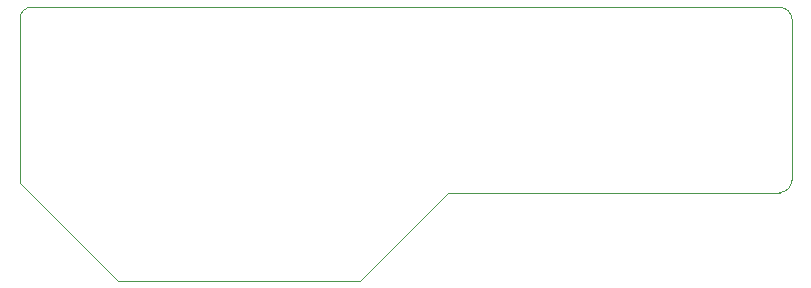
<source format=gbr>
%TF.GenerationSoftware,KiCad,Pcbnew,7.0.10*%
%TF.CreationDate,2024-02-18T18:22:22+01:00*%
%TF.ProjectId,flippy_multisensor,666c6970-7079-45f6-9d75-6c746973656e,rev?*%
%TF.SameCoordinates,Original*%
%TF.FileFunction,Profile,NP*%
%FSLAX46Y46*%
G04 Gerber Fmt 4.6, Leading zero omitted, Abs format (unit mm)*
G04 Created by KiCad (PCBNEW 7.0.10) date 2024-02-18 18:22:22*
%MOMM*%
%LPD*%
G01*
G04 APERTURE LIST*
%TA.AperFunction,Profile*%
%ADD10C,0.100000*%
%TD*%
G04 APERTURE END LIST*
D10*
X28800000Y-23150000D02*
X36250000Y-15700000D01*
X64325000Y-15699999D02*
X36250000Y-15700000D01*
X8300000Y-23150000D02*
X23800000Y-23150000D01*
X0Y-14850000D02*
X8300000Y-23150000D01*
X23800000Y-23150000D02*
X28800000Y-23150000D01*
X0Y-14700000D02*
X0Y-14850000D01*
X65350000Y-1025000D02*
X65350000Y-14675000D01*
X1000000Y0D02*
G75*
G03*
X0Y-1000000I0J-1000000D01*
G01*
X65349999Y-1025000D02*
G75*
G03*
X64350049Y-20039I-1009999J-5000D01*
G01*
X1000000Y0D02*
X64350000Y-25000D01*
X64325000Y-15699998D02*
G75*
G03*
X65349998Y-14675000I-25000J1049998D01*
G01*
X0Y-14700000D02*
X0Y-1000000D01*
M02*

</source>
